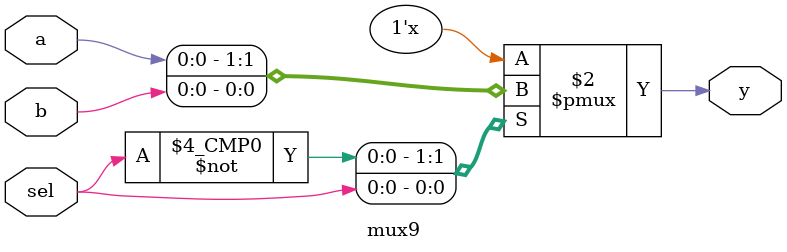
<source format=v>

module mux9(input a, b,
            input sel,
            output reg y);

    always @(*) begin
        case(sel)
            0: y = a;
            1: y = b;
        endcase
    end
    
endmodule
</source>
